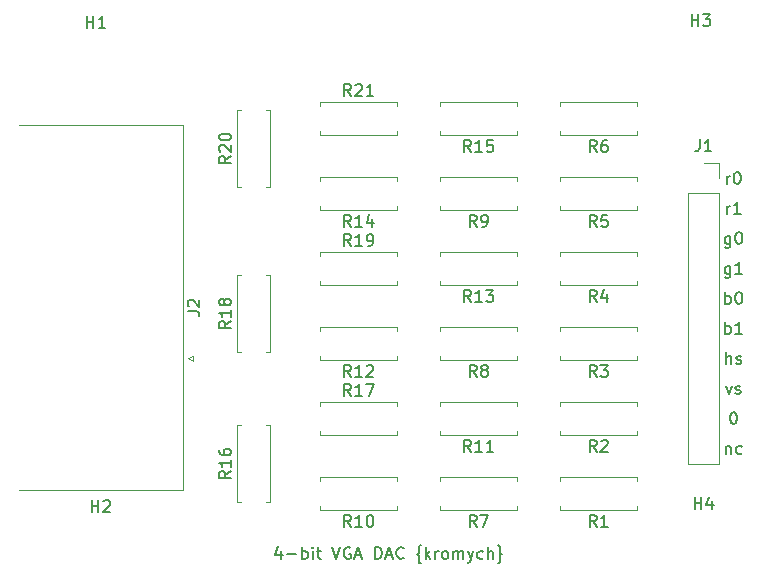
<source format=gbr>
%TF.GenerationSoftware,KiCad,Pcbnew,5.1.6+dfsg1-1*%
%TF.CreationDate,2021-01-03T21:19:59-08:00*%
%TF.ProjectId,KiCAD-VGA,4b694341-442d-4564-9741-2e6b69636164,rev?*%
%TF.SameCoordinates,Original*%
%TF.FileFunction,Legend,Top*%
%TF.FilePolarity,Positive*%
%FSLAX46Y46*%
G04 Gerber Fmt 4.6, Leading zero omitted, Abs format (unit mm)*
G04 Created by KiCad (PCBNEW 5.1.6+dfsg1-1) date 2021-01-03 21:19:59*
%MOMM*%
%LPD*%
G01*
G04 APERTURE LIST*
%ADD10C,0.150000*%
%ADD11C,0.120000*%
G04 APERTURE END LIST*
D10*
X185372380Y-80732380D02*
X185467619Y-80732380D01*
X185562857Y-80780000D01*
X185610476Y-80827619D01*
X185658095Y-80922857D01*
X185705714Y-81113333D01*
X185705714Y-81351428D01*
X185658095Y-81541904D01*
X185610476Y-81637142D01*
X185562857Y-81684761D01*
X185467619Y-81732380D01*
X185372380Y-81732380D01*
X185277142Y-81684761D01*
X185229523Y-81637142D01*
X185181904Y-81541904D01*
X185134285Y-81351428D01*
X185134285Y-81113333D01*
X185181904Y-80922857D01*
X185229523Y-80827619D01*
X185277142Y-80780000D01*
X185372380Y-80732380D01*
X184777142Y-83605714D02*
X184777142Y-84272380D01*
X184777142Y-83700952D02*
X184824761Y-83653333D01*
X184920000Y-83605714D01*
X185062857Y-83605714D01*
X185158095Y-83653333D01*
X185205714Y-83748571D01*
X185205714Y-84272380D01*
X186110476Y-84224761D02*
X186015238Y-84272380D01*
X185824761Y-84272380D01*
X185729523Y-84224761D01*
X185681904Y-84177142D01*
X185634285Y-84081904D01*
X185634285Y-83796190D01*
X185681904Y-83700952D01*
X185729523Y-83653333D01*
X185824761Y-83605714D01*
X186015238Y-83605714D01*
X186110476Y-83653333D01*
X184777142Y-78525714D02*
X185015238Y-79192380D01*
X185253333Y-78525714D01*
X185586666Y-79144761D02*
X185681904Y-79192380D01*
X185872380Y-79192380D01*
X185967619Y-79144761D01*
X186015238Y-79049523D01*
X186015238Y-79001904D01*
X185967619Y-78906666D01*
X185872380Y-78859047D01*
X185729523Y-78859047D01*
X185634285Y-78811428D01*
X185586666Y-78716190D01*
X185586666Y-78668571D01*
X185634285Y-78573333D01*
X185729523Y-78525714D01*
X185872380Y-78525714D01*
X185967619Y-78573333D01*
X184800952Y-76652380D02*
X184800952Y-75652380D01*
X185229523Y-76652380D02*
X185229523Y-76128571D01*
X185181904Y-76033333D01*
X185086666Y-75985714D01*
X184943809Y-75985714D01*
X184848571Y-76033333D01*
X184800952Y-76080952D01*
X185658095Y-76604761D02*
X185753333Y-76652380D01*
X185943809Y-76652380D01*
X186039047Y-76604761D01*
X186086666Y-76509523D01*
X186086666Y-76461904D01*
X186039047Y-76366666D01*
X185943809Y-76319047D01*
X185800952Y-76319047D01*
X185705714Y-76271428D01*
X185658095Y-76176190D01*
X185658095Y-76128571D01*
X185705714Y-76033333D01*
X185800952Y-75985714D01*
X185943809Y-75985714D01*
X186039047Y-76033333D01*
X184729523Y-74112380D02*
X184729523Y-73112380D01*
X184729523Y-73493333D02*
X184824761Y-73445714D01*
X185015238Y-73445714D01*
X185110476Y-73493333D01*
X185158095Y-73540952D01*
X185205714Y-73636190D01*
X185205714Y-73921904D01*
X185158095Y-74017142D01*
X185110476Y-74064761D01*
X185015238Y-74112380D01*
X184824761Y-74112380D01*
X184729523Y-74064761D01*
X186158095Y-74112380D02*
X185586666Y-74112380D01*
X185872380Y-74112380D02*
X185872380Y-73112380D01*
X185777142Y-73255238D01*
X185681904Y-73350476D01*
X185586666Y-73398095D01*
X184729523Y-71572380D02*
X184729523Y-70572380D01*
X184729523Y-70953333D02*
X184824761Y-70905714D01*
X185015238Y-70905714D01*
X185110476Y-70953333D01*
X185158095Y-71000952D01*
X185205714Y-71096190D01*
X185205714Y-71381904D01*
X185158095Y-71477142D01*
X185110476Y-71524761D01*
X185015238Y-71572380D01*
X184824761Y-71572380D01*
X184729523Y-71524761D01*
X185824761Y-70572380D02*
X185920000Y-70572380D01*
X186015238Y-70620000D01*
X186062857Y-70667619D01*
X186110476Y-70762857D01*
X186158095Y-70953333D01*
X186158095Y-71191428D01*
X186110476Y-71381904D01*
X186062857Y-71477142D01*
X186015238Y-71524761D01*
X185920000Y-71572380D01*
X185824761Y-71572380D01*
X185729523Y-71524761D01*
X185681904Y-71477142D01*
X185634285Y-71381904D01*
X185586666Y-71191428D01*
X185586666Y-70953333D01*
X185634285Y-70762857D01*
X185681904Y-70667619D01*
X185729523Y-70620000D01*
X185824761Y-70572380D01*
X185158095Y-68365714D02*
X185158095Y-69175238D01*
X185110476Y-69270476D01*
X185062857Y-69318095D01*
X184967619Y-69365714D01*
X184824761Y-69365714D01*
X184729523Y-69318095D01*
X185158095Y-68984761D02*
X185062857Y-69032380D01*
X184872380Y-69032380D01*
X184777142Y-68984761D01*
X184729523Y-68937142D01*
X184681904Y-68841904D01*
X184681904Y-68556190D01*
X184729523Y-68460952D01*
X184777142Y-68413333D01*
X184872380Y-68365714D01*
X185062857Y-68365714D01*
X185158095Y-68413333D01*
X186158095Y-69032380D02*
X185586666Y-69032380D01*
X185872380Y-69032380D02*
X185872380Y-68032380D01*
X185777142Y-68175238D01*
X185681904Y-68270476D01*
X185586666Y-68318095D01*
X185158095Y-65825714D02*
X185158095Y-66635238D01*
X185110476Y-66730476D01*
X185062857Y-66778095D01*
X184967619Y-66825714D01*
X184824761Y-66825714D01*
X184729523Y-66778095D01*
X185158095Y-66444761D02*
X185062857Y-66492380D01*
X184872380Y-66492380D01*
X184777142Y-66444761D01*
X184729523Y-66397142D01*
X184681904Y-66301904D01*
X184681904Y-66016190D01*
X184729523Y-65920952D01*
X184777142Y-65873333D01*
X184872380Y-65825714D01*
X185062857Y-65825714D01*
X185158095Y-65873333D01*
X185824761Y-65492380D02*
X185920000Y-65492380D01*
X186015238Y-65540000D01*
X186062857Y-65587619D01*
X186110476Y-65682857D01*
X186158095Y-65873333D01*
X186158095Y-66111428D01*
X186110476Y-66301904D01*
X186062857Y-66397142D01*
X186015238Y-66444761D01*
X185920000Y-66492380D01*
X185824761Y-66492380D01*
X185729523Y-66444761D01*
X185681904Y-66397142D01*
X185634285Y-66301904D01*
X185586666Y-66111428D01*
X185586666Y-65873333D01*
X185634285Y-65682857D01*
X185681904Y-65587619D01*
X185729523Y-65540000D01*
X185824761Y-65492380D01*
X184872380Y-63952380D02*
X184872380Y-63285714D01*
X184872380Y-63476190D02*
X184920000Y-63380952D01*
X184967619Y-63333333D01*
X185062857Y-63285714D01*
X185158095Y-63285714D01*
X186015238Y-63952380D02*
X185443809Y-63952380D01*
X185729523Y-63952380D02*
X185729523Y-62952380D01*
X185634285Y-63095238D01*
X185539047Y-63190476D01*
X185443809Y-63238095D01*
X184872380Y-61412380D02*
X184872380Y-60745714D01*
X184872380Y-60936190D02*
X184920000Y-60840952D01*
X184967619Y-60793333D01*
X185062857Y-60745714D01*
X185158095Y-60745714D01*
X185681904Y-60412380D02*
X185777142Y-60412380D01*
X185872380Y-60460000D01*
X185920000Y-60507619D01*
X185967619Y-60602857D01*
X186015238Y-60793333D01*
X186015238Y-61031428D01*
X185967619Y-61221904D01*
X185920000Y-61317142D01*
X185872380Y-61364761D01*
X185777142Y-61412380D01*
X185681904Y-61412380D01*
X185586666Y-61364761D01*
X185539047Y-61317142D01*
X185491428Y-61221904D01*
X185443809Y-61031428D01*
X185443809Y-60793333D01*
X185491428Y-60602857D01*
X185539047Y-60507619D01*
X185586666Y-60460000D01*
X185681904Y-60412380D01*
X147114761Y-92495714D02*
X147114761Y-93162380D01*
X146876666Y-92114761D02*
X146638571Y-92829047D01*
X147257619Y-92829047D01*
X147638571Y-92781428D02*
X148400476Y-92781428D01*
X148876666Y-93162380D02*
X148876666Y-92162380D01*
X148876666Y-92543333D02*
X148971904Y-92495714D01*
X149162380Y-92495714D01*
X149257619Y-92543333D01*
X149305238Y-92590952D01*
X149352857Y-92686190D01*
X149352857Y-92971904D01*
X149305238Y-93067142D01*
X149257619Y-93114761D01*
X149162380Y-93162380D01*
X148971904Y-93162380D01*
X148876666Y-93114761D01*
X149781428Y-93162380D02*
X149781428Y-92495714D01*
X149781428Y-92162380D02*
X149733809Y-92210000D01*
X149781428Y-92257619D01*
X149829047Y-92210000D01*
X149781428Y-92162380D01*
X149781428Y-92257619D01*
X150114761Y-92495714D02*
X150495714Y-92495714D01*
X150257619Y-92162380D02*
X150257619Y-93019523D01*
X150305238Y-93114761D01*
X150400476Y-93162380D01*
X150495714Y-93162380D01*
X151448095Y-92162380D02*
X151781428Y-93162380D01*
X152114761Y-92162380D01*
X152971904Y-92210000D02*
X152876666Y-92162380D01*
X152733809Y-92162380D01*
X152590952Y-92210000D01*
X152495714Y-92305238D01*
X152448095Y-92400476D01*
X152400476Y-92590952D01*
X152400476Y-92733809D01*
X152448095Y-92924285D01*
X152495714Y-93019523D01*
X152590952Y-93114761D01*
X152733809Y-93162380D01*
X152829047Y-93162380D01*
X152971904Y-93114761D01*
X153019523Y-93067142D01*
X153019523Y-92733809D01*
X152829047Y-92733809D01*
X153400476Y-92876666D02*
X153876666Y-92876666D01*
X153305238Y-93162380D02*
X153638571Y-92162380D01*
X153971904Y-93162380D01*
X155067142Y-93162380D02*
X155067142Y-92162380D01*
X155305238Y-92162380D01*
X155448095Y-92210000D01*
X155543333Y-92305238D01*
X155590952Y-92400476D01*
X155638571Y-92590952D01*
X155638571Y-92733809D01*
X155590952Y-92924285D01*
X155543333Y-93019523D01*
X155448095Y-93114761D01*
X155305238Y-93162380D01*
X155067142Y-93162380D01*
X156019523Y-92876666D02*
X156495714Y-92876666D01*
X155924285Y-93162380D02*
X156257619Y-92162380D01*
X156590952Y-93162380D01*
X157495714Y-93067142D02*
X157448095Y-93114761D01*
X157305238Y-93162380D01*
X157210000Y-93162380D01*
X157067142Y-93114761D01*
X156971904Y-93019523D01*
X156924285Y-92924285D01*
X156876666Y-92733809D01*
X156876666Y-92590952D01*
X156924285Y-92400476D01*
X156971904Y-92305238D01*
X157067142Y-92210000D01*
X157210000Y-92162380D01*
X157305238Y-92162380D01*
X157448095Y-92210000D01*
X157495714Y-92257619D01*
X158971904Y-93543333D02*
X158924285Y-93543333D01*
X158829047Y-93495714D01*
X158781428Y-93400476D01*
X158781428Y-92924285D01*
X158733809Y-92829047D01*
X158638571Y-92781428D01*
X158733809Y-92733809D01*
X158781428Y-92638571D01*
X158781428Y-92162380D01*
X158829047Y-92067142D01*
X158924285Y-92019523D01*
X158971904Y-92019523D01*
X159352857Y-93162380D02*
X159352857Y-92162380D01*
X159448095Y-92781428D02*
X159733809Y-93162380D01*
X159733809Y-92495714D02*
X159352857Y-92876666D01*
X160162380Y-93162380D02*
X160162380Y-92495714D01*
X160162380Y-92686190D02*
X160209999Y-92590952D01*
X160257619Y-92543333D01*
X160352857Y-92495714D01*
X160448095Y-92495714D01*
X160924285Y-93162380D02*
X160829047Y-93114761D01*
X160781428Y-93067142D01*
X160733809Y-92971904D01*
X160733809Y-92686190D01*
X160781428Y-92590952D01*
X160829047Y-92543333D01*
X160924285Y-92495714D01*
X161067142Y-92495714D01*
X161162380Y-92543333D01*
X161209999Y-92590952D01*
X161257619Y-92686190D01*
X161257619Y-92971904D01*
X161209999Y-93067142D01*
X161162380Y-93114761D01*
X161067142Y-93162380D01*
X160924285Y-93162380D01*
X161686190Y-93162380D02*
X161686190Y-92495714D01*
X161686190Y-92590952D02*
X161733809Y-92543333D01*
X161829047Y-92495714D01*
X161971904Y-92495714D01*
X162067142Y-92543333D01*
X162114761Y-92638571D01*
X162114761Y-93162380D01*
X162114761Y-92638571D02*
X162162380Y-92543333D01*
X162257619Y-92495714D01*
X162400476Y-92495714D01*
X162495714Y-92543333D01*
X162543333Y-92638571D01*
X162543333Y-93162380D01*
X162924285Y-92495714D02*
X163162380Y-93162380D01*
X163400476Y-92495714D02*
X163162380Y-93162380D01*
X163067142Y-93400476D01*
X163019523Y-93448095D01*
X162924285Y-93495714D01*
X164210000Y-93114761D02*
X164114761Y-93162380D01*
X163924285Y-93162380D01*
X163829047Y-93114761D01*
X163781428Y-93067142D01*
X163733809Y-92971904D01*
X163733809Y-92686190D01*
X163781428Y-92590952D01*
X163829047Y-92543333D01*
X163924285Y-92495714D01*
X164114761Y-92495714D01*
X164210000Y-92543333D01*
X164638571Y-93162380D02*
X164638571Y-92162380D01*
X165067142Y-93162380D02*
X165067142Y-92638571D01*
X165019523Y-92543333D01*
X164924285Y-92495714D01*
X164781428Y-92495714D01*
X164686190Y-92543333D01*
X164638571Y-92590952D01*
X165448095Y-93543333D02*
X165495714Y-93543333D01*
X165590952Y-93495714D01*
X165638571Y-93400476D01*
X165638571Y-92924285D01*
X165686190Y-92829047D01*
X165781428Y-92781428D01*
X165686190Y-92733809D01*
X165638571Y-92638571D01*
X165638571Y-92162380D01*
X165590952Y-92067142D01*
X165495714Y-92019523D01*
X165448095Y-92019523D01*
D11*
%TO.C,J2*%
X139261325Y-76200000D02*
X139694338Y-75950000D01*
X139694338Y-76450000D02*
X139261325Y-76200000D01*
X139694338Y-75950000D02*
X139694338Y-76450000D01*
X138800000Y-87370000D02*
X124910000Y-87370000D01*
X138800000Y-56400000D02*
X138800000Y-87370000D01*
X124910000Y-56400000D02*
X138800000Y-56400000D01*
%TO.C,R21*%
X156940000Y-57250000D02*
X156940000Y-56920000D01*
X150400000Y-57250000D02*
X156940000Y-57250000D01*
X150400000Y-56920000D02*
X150400000Y-57250000D01*
X156940000Y-54510000D02*
X156940000Y-54840000D01*
X150400000Y-54510000D02*
X156940000Y-54510000D01*
X150400000Y-54840000D02*
X150400000Y-54510000D01*
%TO.C,R20*%
X146150000Y-55150000D02*
X145820000Y-55150000D01*
X146150000Y-61690000D02*
X146150000Y-55150000D01*
X145820000Y-61690000D02*
X146150000Y-61690000D01*
X143410000Y-55150000D02*
X143740000Y-55150000D01*
X143410000Y-61690000D02*
X143410000Y-55150000D01*
X143740000Y-61690000D02*
X143410000Y-61690000D01*
%TO.C,R19*%
X156940000Y-69950000D02*
X156940000Y-69620000D01*
X150400000Y-69950000D02*
X156940000Y-69950000D01*
X150400000Y-69620000D02*
X150400000Y-69950000D01*
X156940000Y-67210000D02*
X156940000Y-67540000D01*
X150400000Y-67210000D02*
X156940000Y-67210000D01*
X150400000Y-67540000D02*
X150400000Y-67210000D01*
%TO.C,R18*%
X146150000Y-69120000D02*
X145820000Y-69120000D01*
X146150000Y-75660000D02*
X146150000Y-69120000D01*
X145820000Y-75660000D02*
X146150000Y-75660000D01*
X143410000Y-69120000D02*
X143740000Y-69120000D01*
X143410000Y-75660000D02*
X143410000Y-69120000D01*
X143740000Y-75660000D02*
X143410000Y-75660000D01*
%TO.C,R17*%
X156940000Y-82650000D02*
X156940000Y-82320000D01*
X150400000Y-82650000D02*
X156940000Y-82650000D01*
X150400000Y-82320000D02*
X150400000Y-82650000D01*
X156940000Y-79910000D02*
X156940000Y-80240000D01*
X150400000Y-79910000D02*
X156940000Y-79910000D01*
X150400000Y-80240000D02*
X150400000Y-79910000D01*
%TO.C,R16*%
X146150000Y-81820000D02*
X145820000Y-81820000D01*
X146150000Y-88360000D02*
X146150000Y-81820000D01*
X145820000Y-88360000D02*
X146150000Y-88360000D01*
X143410000Y-81820000D02*
X143740000Y-81820000D01*
X143410000Y-88360000D02*
X143410000Y-81820000D01*
X143740000Y-88360000D02*
X143410000Y-88360000D01*
%TO.C,R15*%
X160560000Y-54510000D02*
X160560000Y-54840000D01*
X167100000Y-54510000D02*
X160560000Y-54510000D01*
X167100000Y-54840000D02*
X167100000Y-54510000D01*
X160560000Y-57250000D02*
X160560000Y-56920000D01*
X167100000Y-57250000D02*
X160560000Y-57250000D01*
X167100000Y-56920000D02*
X167100000Y-57250000D01*
%TO.C,R14*%
X150400000Y-60860000D02*
X150400000Y-61190000D01*
X156940000Y-60860000D02*
X150400000Y-60860000D01*
X156940000Y-61190000D02*
X156940000Y-60860000D01*
X150400000Y-63600000D02*
X150400000Y-63270000D01*
X156940000Y-63600000D02*
X150400000Y-63600000D01*
X156940000Y-63270000D02*
X156940000Y-63600000D01*
%TO.C,R13*%
X160560000Y-67210000D02*
X160560000Y-67540000D01*
X167100000Y-67210000D02*
X160560000Y-67210000D01*
X167100000Y-67540000D02*
X167100000Y-67210000D01*
X160560000Y-69950000D02*
X160560000Y-69620000D01*
X167100000Y-69950000D02*
X160560000Y-69950000D01*
X167100000Y-69620000D02*
X167100000Y-69950000D01*
%TO.C,R12*%
X150400000Y-73560000D02*
X150400000Y-73890000D01*
X156940000Y-73560000D02*
X150400000Y-73560000D01*
X156940000Y-73890000D02*
X156940000Y-73560000D01*
X150400000Y-76300000D02*
X150400000Y-75970000D01*
X156940000Y-76300000D02*
X150400000Y-76300000D01*
X156940000Y-75970000D02*
X156940000Y-76300000D01*
%TO.C,R11*%
X160560000Y-79910000D02*
X160560000Y-80240000D01*
X167100000Y-79910000D02*
X160560000Y-79910000D01*
X167100000Y-80240000D02*
X167100000Y-79910000D01*
X160560000Y-82650000D02*
X160560000Y-82320000D01*
X167100000Y-82650000D02*
X160560000Y-82650000D01*
X167100000Y-82320000D02*
X167100000Y-82650000D01*
%TO.C,R10*%
X150400000Y-86260000D02*
X150400000Y-86590000D01*
X156940000Y-86260000D02*
X150400000Y-86260000D01*
X156940000Y-86590000D02*
X156940000Y-86260000D01*
X150400000Y-89000000D02*
X150400000Y-88670000D01*
X156940000Y-89000000D02*
X150400000Y-89000000D01*
X156940000Y-88670000D02*
X156940000Y-89000000D01*
%TO.C,R9*%
X160560000Y-60860000D02*
X160560000Y-61190000D01*
X167100000Y-60860000D02*
X160560000Y-60860000D01*
X167100000Y-61190000D02*
X167100000Y-60860000D01*
X160560000Y-63600000D02*
X160560000Y-63270000D01*
X167100000Y-63600000D02*
X160560000Y-63600000D01*
X167100000Y-63270000D02*
X167100000Y-63600000D01*
%TO.C,R8*%
X160560000Y-73560000D02*
X160560000Y-73890000D01*
X167100000Y-73560000D02*
X160560000Y-73560000D01*
X167100000Y-73890000D02*
X167100000Y-73560000D01*
X160560000Y-76300000D02*
X160560000Y-75970000D01*
X167100000Y-76300000D02*
X160560000Y-76300000D01*
X167100000Y-75970000D02*
X167100000Y-76300000D01*
%TO.C,R7*%
X160560000Y-86260000D02*
X160560000Y-86590000D01*
X167100000Y-86260000D02*
X160560000Y-86260000D01*
X167100000Y-86590000D02*
X167100000Y-86260000D01*
X160560000Y-89000000D02*
X160560000Y-88670000D01*
X167100000Y-89000000D02*
X160560000Y-89000000D01*
X167100000Y-88670000D02*
X167100000Y-89000000D01*
%TO.C,R6*%
X170720000Y-54510000D02*
X170720000Y-54840000D01*
X177260000Y-54510000D02*
X170720000Y-54510000D01*
X177260000Y-54840000D02*
X177260000Y-54510000D01*
X170720000Y-57250000D02*
X170720000Y-56920000D01*
X177260000Y-57250000D02*
X170720000Y-57250000D01*
X177260000Y-56920000D02*
X177260000Y-57250000D01*
%TO.C,R5*%
X170720000Y-60860000D02*
X170720000Y-61190000D01*
X177260000Y-60860000D02*
X170720000Y-60860000D01*
X177260000Y-61190000D02*
X177260000Y-60860000D01*
X170720000Y-63600000D02*
X170720000Y-63270000D01*
X177260000Y-63600000D02*
X170720000Y-63600000D01*
X177260000Y-63270000D02*
X177260000Y-63600000D01*
%TO.C,R4*%
X170720000Y-67210000D02*
X170720000Y-67540000D01*
X177260000Y-67210000D02*
X170720000Y-67210000D01*
X177260000Y-67540000D02*
X177260000Y-67210000D01*
X170720000Y-69950000D02*
X170720000Y-69620000D01*
X177260000Y-69950000D02*
X170720000Y-69950000D01*
X177260000Y-69620000D02*
X177260000Y-69950000D01*
%TO.C,R3*%
X170720000Y-73560000D02*
X170720000Y-73890000D01*
X177260000Y-73560000D02*
X170720000Y-73560000D01*
X177260000Y-73890000D02*
X177260000Y-73560000D01*
X170720000Y-76300000D02*
X170720000Y-75970000D01*
X177260000Y-76300000D02*
X170720000Y-76300000D01*
X177260000Y-75970000D02*
X177260000Y-76300000D01*
%TO.C,R2*%
X170720000Y-79910000D02*
X170720000Y-80240000D01*
X177260000Y-79910000D02*
X170720000Y-79910000D01*
X177260000Y-80240000D02*
X177260000Y-79910000D01*
X170720000Y-82650000D02*
X170720000Y-82320000D01*
X177260000Y-82650000D02*
X170720000Y-82650000D01*
X177260000Y-82320000D02*
X177260000Y-82650000D01*
%TO.C,R1*%
X170720000Y-86260000D02*
X170720000Y-86590000D01*
X177260000Y-86260000D02*
X170720000Y-86260000D01*
X177260000Y-86590000D02*
X177260000Y-86260000D01*
X170720000Y-89000000D02*
X170720000Y-88670000D01*
X177260000Y-89000000D02*
X170720000Y-89000000D01*
X177260000Y-88670000D02*
X177260000Y-89000000D01*
%TO.C,J1*%
X182880000Y-59630000D02*
X184210000Y-59630000D01*
X184210000Y-59630000D02*
X184210000Y-60960000D01*
X184210000Y-62230000D02*
X184210000Y-85150000D01*
X181550000Y-85150000D02*
X184210000Y-85150000D01*
X181550000Y-62230000D02*
X181550000Y-85150000D01*
X181550000Y-62230000D02*
X184210000Y-62230000D01*
%TO.C,J2*%
D10*
X139192380Y-72218333D02*
X139906666Y-72218333D01*
X140049523Y-72265952D01*
X140144761Y-72361190D01*
X140192380Y-72504047D01*
X140192380Y-72599285D01*
X139287619Y-71789761D02*
X139240000Y-71742142D01*
X139192380Y-71646904D01*
X139192380Y-71408809D01*
X139240000Y-71313571D01*
X139287619Y-71265952D01*
X139382857Y-71218333D01*
X139478095Y-71218333D01*
X139620952Y-71265952D01*
X140192380Y-71837380D01*
X140192380Y-71218333D01*
%TO.C,H4*%
X182118095Y-88946380D02*
X182118095Y-87946380D01*
X182118095Y-88422571D02*
X182689523Y-88422571D01*
X182689523Y-88946380D02*
X182689523Y-87946380D01*
X183594285Y-88279714D02*
X183594285Y-88946380D01*
X183356190Y-87898761D02*
X183118095Y-88613047D01*
X183737142Y-88613047D01*
%TO.C,H3*%
X181864095Y-48052380D02*
X181864095Y-47052380D01*
X181864095Y-47528571D02*
X182435523Y-47528571D01*
X182435523Y-48052380D02*
X182435523Y-47052380D01*
X182816476Y-47052380D02*
X183435523Y-47052380D01*
X183102190Y-47433333D01*
X183245047Y-47433333D01*
X183340285Y-47480952D01*
X183387904Y-47528571D01*
X183435523Y-47623809D01*
X183435523Y-47861904D01*
X183387904Y-47957142D01*
X183340285Y-48004761D01*
X183245047Y-48052380D01*
X182959333Y-48052380D01*
X182864095Y-48004761D01*
X182816476Y-47957142D01*
%TO.C,H2*%
X131064095Y-89200380D02*
X131064095Y-88200380D01*
X131064095Y-88676571D02*
X131635523Y-88676571D01*
X131635523Y-89200380D02*
X131635523Y-88200380D01*
X132064095Y-88295619D02*
X132111714Y-88248000D01*
X132206952Y-88200380D01*
X132445047Y-88200380D01*
X132540285Y-88248000D01*
X132587904Y-88295619D01*
X132635523Y-88390857D01*
X132635523Y-88486095D01*
X132587904Y-88628952D01*
X132016476Y-89200380D01*
X132635523Y-89200380D01*
%TO.C,H1*%
X130659369Y-48203106D02*
X130659369Y-47203106D01*
X130659369Y-47679297D02*
X131230797Y-47679297D01*
X131230797Y-48203106D02*
X131230797Y-47203106D01*
X132230797Y-48203106D02*
X131659369Y-48203106D01*
X131945083Y-48203106D02*
X131945083Y-47203106D01*
X131849845Y-47345964D01*
X131754607Y-47441202D01*
X131659369Y-47488821D01*
%TO.C,R21*%
X153027142Y-53962380D02*
X152693809Y-53486190D01*
X152455714Y-53962380D02*
X152455714Y-52962380D01*
X152836666Y-52962380D01*
X152931904Y-53010000D01*
X152979523Y-53057619D01*
X153027142Y-53152857D01*
X153027142Y-53295714D01*
X152979523Y-53390952D01*
X152931904Y-53438571D01*
X152836666Y-53486190D01*
X152455714Y-53486190D01*
X153408095Y-53057619D02*
X153455714Y-53010000D01*
X153550952Y-52962380D01*
X153789047Y-52962380D01*
X153884285Y-53010000D01*
X153931904Y-53057619D01*
X153979523Y-53152857D01*
X153979523Y-53248095D01*
X153931904Y-53390952D01*
X153360476Y-53962380D01*
X153979523Y-53962380D01*
X154931904Y-53962380D02*
X154360476Y-53962380D01*
X154646190Y-53962380D02*
X154646190Y-52962380D01*
X154550952Y-53105238D01*
X154455714Y-53200476D01*
X154360476Y-53248095D01*
%TO.C,R20*%
X142862380Y-59062857D02*
X142386190Y-59396190D01*
X142862380Y-59634285D02*
X141862380Y-59634285D01*
X141862380Y-59253333D01*
X141910000Y-59158095D01*
X141957619Y-59110476D01*
X142052857Y-59062857D01*
X142195714Y-59062857D01*
X142290952Y-59110476D01*
X142338571Y-59158095D01*
X142386190Y-59253333D01*
X142386190Y-59634285D01*
X141957619Y-58681904D02*
X141910000Y-58634285D01*
X141862380Y-58539047D01*
X141862380Y-58300952D01*
X141910000Y-58205714D01*
X141957619Y-58158095D01*
X142052857Y-58110476D01*
X142148095Y-58110476D01*
X142290952Y-58158095D01*
X142862380Y-58729523D01*
X142862380Y-58110476D01*
X141862380Y-57491428D02*
X141862380Y-57396190D01*
X141910000Y-57300952D01*
X141957619Y-57253333D01*
X142052857Y-57205714D01*
X142243333Y-57158095D01*
X142481428Y-57158095D01*
X142671904Y-57205714D01*
X142767142Y-57253333D01*
X142814761Y-57300952D01*
X142862380Y-57396190D01*
X142862380Y-57491428D01*
X142814761Y-57586666D01*
X142767142Y-57634285D01*
X142671904Y-57681904D01*
X142481428Y-57729523D01*
X142243333Y-57729523D01*
X142052857Y-57681904D01*
X141957619Y-57634285D01*
X141910000Y-57586666D01*
X141862380Y-57491428D01*
%TO.C,R19*%
X153027142Y-66662380D02*
X152693809Y-66186190D01*
X152455714Y-66662380D02*
X152455714Y-65662380D01*
X152836666Y-65662380D01*
X152931904Y-65710000D01*
X152979523Y-65757619D01*
X153027142Y-65852857D01*
X153027142Y-65995714D01*
X152979523Y-66090952D01*
X152931904Y-66138571D01*
X152836666Y-66186190D01*
X152455714Y-66186190D01*
X153979523Y-66662380D02*
X153408095Y-66662380D01*
X153693809Y-66662380D02*
X153693809Y-65662380D01*
X153598571Y-65805238D01*
X153503333Y-65900476D01*
X153408095Y-65948095D01*
X154455714Y-66662380D02*
X154646190Y-66662380D01*
X154741428Y-66614761D01*
X154789047Y-66567142D01*
X154884285Y-66424285D01*
X154931904Y-66233809D01*
X154931904Y-65852857D01*
X154884285Y-65757619D01*
X154836666Y-65710000D01*
X154741428Y-65662380D01*
X154550952Y-65662380D01*
X154455714Y-65710000D01*
X154408095Y-65757619D01*
X154360476Y-65852857D01*
X154360476Y-66090952D01*
X154408095Y-66186190D01*
X154455714Y-66233809D01*
X154550952Y-66281428D01*
X154741428Y-66281428D01*
X154836666Y-66233809D01*
X154884285Y-66186190D01*
X154931904Y-66090952D01*
%TO.C,R18*%
X142862380Y-73032857D02*
X142386190Y-73366190D01*
X142862380Y-73604285D02*
X141862380Y-73604285D01*
X141862380Y-73223333D01*
X141910000Y-73128095D01*
X141957619Y-73080476D01*
X142052857Y-73032857D01*
X142195714Y-73032857D01*
X142290952Y-73080476D01*
X142338571Y-73128095D01*
X142386190Y-73223333D01*
X142386190Y-73604285D01*
X142862380Y-72080476D02*
X142862380Y-72651904D01*
X142862380Y-72366190D02*
X141862380Y-72366190D01*
X142005238Y-72461428D01*
X142100476Y-72556666D01*
X142148095Y-72651904D01*
X142290952Y-71509047D02*
X142243333Y-71604285D01*
X142195714Y-71651904D01*
X142100476Y-71699523D01*
X142052857Y-71699523D01*
X141957619Y-71651904D01*
X141910000Y-71604285D01*
X141862380Y-71509047D01*
X141862380Y-71318571D01*
X141910000Y-71223333D01*
X141957619Y-71175714D01*
X142052857Y-71128095D01*
X142100476Y-71128095D01*
X142195714Y-71175714D01*
X142243333Y-71223333D01*
X142290952Y-71318571D01*
X142290952Y-71509047D01*
X142338571Y-71604285D01*
X142386190Y-71651904D01*
X142481428Y-71699523D01*
X142671904Y-71699523D01*
X142767142Y-71651904D01*
X142814761Y-71604285D01*
X142862380Y-71509047D01*
X142862380Y-71318571D01*
X142814761Y-71223333D01*
X142767142Y-71175714D01*
X142671904Y-71128095D01*
X142481428Y-71128095D01*
X142386190Y-71175714D01*
X142338571Y-71223333D01*
X142290952Y-71318571D01*
%TO.C,R17*%
X153027142Y-79362380D02*
X152693809Y-78886190D01*
X152455714Y-79362380D02*
X152455714Y-78362380D01*
X152836666Y-78362380D01*
X152931904Y-78410000D01*
X152979523Y-78457619D01*
X153027142Y-78552857D01*
X153027142Y-78695714D01*
X152979523Y-78790952D01*
X152931904Y-78838571D01*
X152836666Y-78886190D01*
X152455714Y-78886190D01*
X153979523Y-79362380D02*
X153408095Y-79362380D01*
X153693809Y-79362380D02*
X153693809Y-78362380D01*
X153598571Y-78505238D01*
X153503333Y-78600476D01*
X153408095Y-78648095D01*
X154312857Y-78362380D02*
X154979523Y-78362380D01*
X154550952Y-79362380D01*
%TO.C,R16*%
X142862380Y-85732857D02*
X142386190Y-86066190D01*
X142862380Y-86304285D02*
X141862380Y-86304285D01*
X141862380Y-85923333D01*
X141910000Y-85828095D01*
X141957619Y-85780476D01*
X142052857Y-85732857D01*
X142195714Y-85732857D01*
X142290952Y-85780476D01*
X142338571Y-85828095D01*
X142386190Y-85923333D01*
X142386190Y-86304285D01*
X142862380Y-84780476D02*
X142862380Y-85351904D01*
X142862380Y-85066190D02*
X141862380Y-85066190D01*
X142005238Y-85161428D01*
X142100476Y-85256666D01*
X142148095Y-85351904D01*
X141862380Y-83923333D02*
X141862380Y-84113809D01*
X141910000Y-84209047D01*
X141957619Y-84256666D01*
X142100476Y-84351904D01*
X142290952Y-84399523D01*
X142671904Y-84399523D01*
X142767142Y-84351904D01*
X142814761Y-84304285D01*
X142862380Y-84209047D01*
X142862380Y-84018571D01*
X142814761Y-83923333D01*
X142767142Y-83875714D01*
X142671904Y-83828095D01*
X142433809Y-83828095D01*
X142338571Y-83875714D01*
X142290952Y-83923333D01*
X142243333Y-84018571D01*
X142243333Y-84209047D01*
X142290952Y-84304285D01*
X142338571Y-84351904D01*
X142433809Y-84399523D01*
%TO.C,R15*%
X163187142Y-58702380D02*
X162853809Y-58226190D01*
X162615714Y-58702380D02*
X162615714Y-57702380D01*
X162996666Y-57702380D01*
X163091904Y-57750000D01*
X163139523Y-57797619D01*
X163187142Y-57892857D01*
X163187142Y-58035714D01*
X163139523Y-58130952D01*
X163091904Y-58178571D01*
X162996666Y-58226190D01*
X162615714Y-58226190D01*
X164139523Y-58702380D02*
X163568095Y-58702380D01*
X163853809Y-58702380D02*
X163853809Y-57702380D01*
X163758571Y-57845238D01*
X163663333Y-57940476D01*
X163568095Y-57988095D01*
X165044285Y-57702380D02*
X164568095Y-57702380D01*
X164520476Y-58178571D01*
X164568095Y-58130952D01*
X164663333Y-58083333D01*
X164901428Y-58083333D01*
X164996666Y-58130952D01*
X165044285Y-58178571D01*
X165091904Y-58273809D01*
X165091904Y-58511904D01*
X165044285Y-58607142D01*
X164996666Y-58654761D01*
X164901428Y-58702380D01*
X164663333Y-58702380D01*
X164568095Y-58654761D01*
X164520476Y-58607142D01*
%TO.C,R14*%
X153027142Y-65052380D02*
X152693809Y-64576190D01*
X152455714Y-65052380D02*
X152455714Y-64052380D01*
X152836666Y-64052380D01*
X152931904Y-64100000D01*
X152979523Y-64147619D01*
X153027142Y-64242857D01*
X153027142Y-64385714D01*
X152979523Y-64480952D01*
X152931904Y-64528571D01*
X152836666Y-64576190D01*
X152455714Y-64576190D01*
X153979523Y-65052380D02*
X153408095Y-65052380D01*
X153693809Y-65052380D02*
X153693809Y-64052380D01*
X153598571Y-64195238D01*
X153503333Y-64290476D01*
X153408095Y-64338095D01*
X154836666Y-64385714D02*
X154836666Y-65052380D01*
X154598571Y-64004761D02*
X154360476Y-64719047D01*
X154979523Y-64719047D01*
%TO.C,R13*%
X163187142Y-71402380D02*
X162853809Y-70926190D01*
X162615714Y-71402380D02*
X162615714Y-70402380D01*
X162996666Y-70402380D01*
X163091904Y-70450000D01*
X163139523Y-70497619D01*
X163187142Y-70592857D01*
X163187142Y-70735714D01*
X163139523Y-70830952D01*
X163091904Y-70878571D01*
X162996666Y-70926190D01*
X162615714Y-70926190D01*
X164139523Y-71402380D02*
X163568095Y-71402380D01*
X163853809Y-71402380D02*
X163853809Y-70402380D01*
X163758571Y-70545238D01*
X163663333Y-70640476D01*
X163568095Y-70688095D01*
X164472857Y-70402380D02*
X165091904Y-70402380D01*
X164758571Y-70783333D01*
X164901428Y-70783333D01*
X164996666Y-70830952D01*
X165044285Y-70878571D01*
X165091904Y-70973809D01*
X165091904Y-71211904D01*
X165044285Y-71307142D01*
X164996666Y-71354761D01*
X164901428Y-71402380D01*
X164615714Y-71402380D01*
X164520476Y-71354761D01*
X164472857Y-71307142D01*
%TO.C,R12*%
X153027142Y-77752380D02*
X152693809Y-77276190D01*
X152455714Y-77752380D02*
X152455714Y-76752380D01*
X152836666Y-76752380D01*
X152931904Y-76800000D01*
X152979523Y-76847619D01*
X153027142Y-76942857D01*
X153027142Y-77085714D01*
X152979523Y-77180952D01*
X152931904Y-77228571D01*
X152836666Y-77276190D01*
X152455714Y-77276190D01*
X153979523Y-77752380D02*
X153408095Y-77752380D01*
X153693809Y-77752380D02*
X153693809Y-76752380D01*
X153598571Y-76895238D01*
X153503333Y-76990476D01*
X153408095Y-77038095D01*
X154360476Y-76847619D02*
X154408095Y-76800000D01*
X154503333Y-76752380D01*
X154741428Y-76752380D01*
X154836666Y-76800000D01*
X154884285Y-76847619D01*
X154931904Y-76942857D01*
X154931904Y-77038095D01*
X154884285Y-77180952D01*
X154312857Y-77752380D01*
X154931904Y-77752380D01*
%TO.C,R11*%
X163187142Y-84102380D02*
X162853809Y-83626190D01*
X162615714Y-84102380D02*
X162615714Y-83102380D01*
X162996666Y-83102380D01*
X163091904Y-83150000D01*
X163139523Y-83197619D01*
X163187142Y-83292857D01*
X163187142Y-83435714D01*
X163139523Y-83530952D01*
X163091904Y-83578571D01*
X162996666Y-83626190D01*
X162615714Y-83626190D01*
X164139523Y-84102380D02*
X163568095Y-84102380D01*
X163853809Y-84102380D02*
X163853809Y-83102380D01*
X163758571Y-83245238D01*
X163663333Y-83340476D01*
X163568095Y-83388095D01*
X165091904Y-84102380D02*
X164520476Y-84102380D01*
X164806190Y-84102380D02*
X164806190Y-83102380D01*
X164710952Y-83245238D01*
X164615714Y-83340476D01*
X164520476Y-83388095D01*
%TO.C,R10*%
X153027142Y-90452380D02*
X152693809Y-89976190D01*
X152455714Y-90452380D02*
X152455714Y-89452380D01*
X152836666Y-89452380D01*
X152931904Y-89500000D01*
X152979523Y-89547619D01*
X153027142Y-89642857D01*
X153027142Y-89785714D01*
X152979523Y-89880952D01*
X152931904Y-89928571D01*
X152836666Y-89976190D01*
X152455714Y-89976190D01*
X153979523Y-90452380D02*
X153408095Y-90452380D01*
X153693809Y-90452380D02*
X153693809Y-89452380D01*
X153598571Y-89595238D01*
X153503333Y-89690476D01*
X153408095Y-89738095D01*
X154598571Y-89452380D02*
X154693809Y-89452380D01*
X154789047Y-89500000D01*
X154836666Y-89547619D01*
X154884285Y-89642857D01*
X154931904Y-89833333D01*
X154931904Y-90071428D01*
X154884285Y-90261904D01*
X154836666Y-90357142D01*
X154789047Y-90404761D01*
X154693809Y-90452380D01*
X154598571Y-90452380D01*
X154503333Y-90404761D01*
X154455714Y-90357142D01*
X154408095Y-90261904D01*
X154360476Y-90071428D01*
X154360476Y-89833333D01*
X154408095Y-89642857D01*
X154455714Y-89547619D01*
X154503333Y-89500000D01*
X154598571Y-89452380D01*
%TO.C,R9*%
X163663333Y-65052380D02*
X163330000Y-64576190D01*
X163091904Y-65052380D02*
X163091904Y-64052380D01*
X163472857Y-64052380D01*
X163568095Y-64100000D01*
X163615714Y-64147619D01*
X163663333Y-64242857D01*
X163663333Y-64385714D01*
X163615714Y-64480952D01*
X163568095Y-64528571D01*
X163472857Y-64576190D01*
X163091904Y-64576190D01*
X164139523Y-65052380D02*
X164330000Y-65052380D01*
X164425238Y-65004761D01*
X164472857Y-64957142D01*
X164568095Y-64814285D01*
X164615714Y-64623809D01*
X164615714Y-64242857D01*
X164568095Y-64147619D01*
X164520476Y-64100000D01*
X164425238Y-64052380D01*
X164234761Y-64052380D01*
X164139523Y-64100000D01*
X164091904Y-64147619D01*
X164044285Y-64242857D01*
X164044285Y-64480952D01*
X164091904Y-64576190D01*
X164139523Y-64623809D01*
X164234761Y-64671428D01*
X164425238Y-64671428D01*
X164520476Y-64623809D01*
X164568095Y-64576190D01*
X164615714Y-64480952D01*
%TO.C,R8*%
X163663333Y-77752380D02*
X163330000Y-77276190D01*
X163091904Y-77752380D02*
X163091904Y-76752380D01*
X163472857Y-76752380D01*
X163568095Y-76800000D01*
X163615714Y-76847619D01*
X163663333Y-76942857D01*
X163663333Y-77085714D01*
X163615714Y-77180952D01*
X163568095Y-77228571D01*
X163472857Y-77276190D01*
X163091904Y-77276190D01*
X164234761Y-77180952D02*
X164139523Y-77133333D01*
X164091904Y-77085714D01*
X164044285Y-76990476D01*
X164044285Y-76942857D01*
X164091904Y-76847619D01*
X164139523Y-76800000D01*
X164234761Y-76752380D01*
X164425238Y-76752380D01*
X164520476Y-76800000D01*
X164568095Y-76847619D01*
X164615714Y-76942857D01*
X164615714Y-76990476D01*
X164568095Y-77085714D01*
X164520476Y-77133333D01*
X164425238Y-77180952D01*
X164234761Y-77180952D01*
X164139523Y-77228571D01*
X164091904Y-77276190D01*
X164044285Y-77371428D01*
X164044285Y-77561904D01*
X164091904Y-77657142D01*
X164139523Y-77704761D01*
X164234761Y-77752380D01*
X164425238Y-77752380D01*
X164520476Y-77704761D01*
X164568095Y-77657142D01*
X164615714Y-77561904D01*
X164615714Y-77371428D01*
X164568095Y-77276190D01*
X164520476Y-77228571D01*
X164425238Y-77180952D01*
%TO.C,R7*%
X163663333Y-90452380D02*
X163330000Y-89976190D01*
X163091904Y-90452380D02*
X163091904Y-89452380D01*
X163472857Y-89452380D01*
X163568095Y-89500000D01*
X163615714Y-89547619D01*
X163663333Y-89642857D01*
X163663333Y-89785714D01*
X163615714Y-89880952D01*
X163568095Y-89928571D01*
X163472857Y-89976190D01*
X163091904Y-89976190D01*
X163996666Y-89452380D02*
X164663333Y-89452380D01*
X164234761Y-90452380D01*
%TO.C,R6*%
X173823333Y-58702380D02*
X173490000Y-58226190D01*
X173251904Y-58702380D02*
X173251904Y-57702380D01*
X173632857Y-57702380D01*
X173728095Y-57750000D01*
X173775714Y-57797619D01*
X173823333Y-57892857D01*
X173823333Y-58035714D01*
X173775714Y-58130952D01*
X173728095Y-58178571D01*
X173632857Y-58226190D01*
X173251904Y-58226190D01*
X174680476Y-57702380D02*
X174490000Y-57702380D01*
X174394761Y-57750000D01*
X174347142Y-57797619D01*
X174251904Y-57940476D01*
X174204285Y-58130952D01*
X174204285Y-58511904D01*
X174251904Y-58607142D01*
X174299523Y-58654761D01*
X174394761Y-58702380D01*
X174585238Y-58702380D01*
X174680476Y-58654761D01*
X174728095Y-58607142D01*
X174775714Y-58511904D01*
X174775714Y-58273809D01*
X174728095Y-58178571D01*
X174680476Y-58130952D01*
X174585238Y-58083333D01*
X174394761Y-58083333D01*
X174299523Y-58130952D01*
X174251904Y-58178571D01*
X174204285Y-58273809D01*
%TO.C,R5*%
X173823333Y-65052380D02*
X173490000Y-64576190D01*
X173251904Y-65052380D02*
X173251904Y-64052380D01*
X173632857Y-64052380D01*
X173728095Y-64100000D01*
X173775714Y-64147619D01*
X173823333Y-64242857D01*
X173823333Y-64385714D01*
X173775714Y-64480952D01*
X173728095Y-64528571D01*
X173632857Y-64576190D01*
X173251904Y-64576190D01*
X174728095Y-64052380D02*
X174251904Y-64052380D01*
X174204285Y-64528571D01*
X174251904Y-64480952D01*
X174347142Y-64433333D01*
X174585238Y-64433333D01*
X174680476Y-64480952D01*
X174728095Y-64528571D01*
X174775714Y-64623809D01*
X174775714Y-64861904D01*
X174728095Y-64957142D01*
X174680476Y-65004761D01*
X174585238Y-65052380D01*
X174347142Y-65052380D01*
X174251904Y-65004761D01*
X174204285Y-64957142D01*
%TO.C,R4*%
X173823333Y-71402380D02*
X173490000Y-70926190D01*
X173251904Y-71402380D02*
X173251904Y-70402380D01*
X173632857Y-70402380D01*
X173728095Y-70450000D01*
X173775714Y-70497619D01*
X173823333Y-70592857D01*
X173823333Y-70735714D01*
X173775714Y-70830952D01*
X173728095Y-70878571D01*
X173632857Y-70926190D01*
X173251904Y-70926190D01*
X174680476Y-70735714D02*
X174680476Y-71402380D01*
X174442380Y-70354761D02*
X174204285Y-71069047D01*
X174823333Y-71069047D01*
%TO.C,R3*%
X173823333Y-77752380D02*
X173490000Y-77276190D01*
X173251904Y-77752380D02*
X173251904Y-76752380D01*
X173632857Y-76752380D01*
X173728095Y-76800000D01*
X173775714Y-76847619D01*
X173823333Y-76942857D01*
X173823333Y-77085714D01*
X173775714Y-77180952D01*
X173728095Y-77228571D01*
X173632857Y-77276190D01*
X173251904Y-77276190D01*
X174156666Y-76752380D02*
X174775714Y-76752380D01*
X174442380Y-77133333D01*
X174585238Y-77133333D01*
X174680476Y-77180952D01*
X174728095Y-77228571D01*
X174775714Y-77323809D01*
X174775714Y-77561904D01*
X174728095Y-77657142D01*
X174680476Y-77704761D01*
X174585238Y-77752380D01*
X174299523Y-77752380D01*
X174204285Y-77704761D01*
X174156666Y-77657142D01*
%TO.C,R2*%
X173823333Y-84102380D02*
X173490000Y-83626190D01*
X173251904Y-84102380D02*
X173251904Y-83102380D01*
X173632857Y-83102380D01*
X173728095Y-83150000D01*
X173775714Y-83197619D01*
X173823333Y-83292857D01*
X173823333Y-83435714D01*
X173775714Y-83530952D01*
X173728095Y-83578571D01*
X173632857Y-83626190D01*
X173251904Y-83626190D01*
X174204285Y-83197619D02*
X174251904Y-83150000D01*
X174347142Y-83102380D01*
X174585238Y-83102380D01*
X174680476Y-83150000D01*
X174728095Y-83197619D01*
X174775714Y-83292857D01*
X174775714Y-83388095D01*
X174728095Y-83530952D01*
X174156666Y-84102380D01*
X174775714Y-84102380D01*
%TO.C,R1*%
X173823333Y-90452380D02*
X173490000Y-89976190D01*
X173251904Y-90452380D02*
X173251904Y-89452380D01*
X173632857Y-89452380D01*
X173728095Y-89500000D01*
X173775714Y-89547619D01*
X173823333Y-89642857D01*
X173823333Y-89785714D01*
X173775714Y-89880952D01*
X173728095Y-89928571D01*
X173632857Y-89976190D01*
X173251904Y-89976190D01*
X174775714Y-90452380D02*
X174204285Y-90452380D01*
X174490000Y-90452380D02*
X174490000Y-89452380D01*
X174394761Y-89595238D01*
X174299523Y-89690476D01*
X174204285Y-89738095D01*
%TO.C,J1*%
X182546666Y-57642380D02*
X182546666Y-58356666D01*
X182499047Y-58499523D01*
X182403809Y-58594761D01*
X182260952Y-58642380D01*
X182165714Y-58642380D01*
X183546666Y-58642380D02*
X182975238Y-58642380D01*
X183260952Y-58642380D02*
X183260952Y-57642380D01*
X183165714Y-57785238D01*
X183070476Y-57880476D01*
X182975238Y-57928095D01*
%TD*%
M02*

</source>
